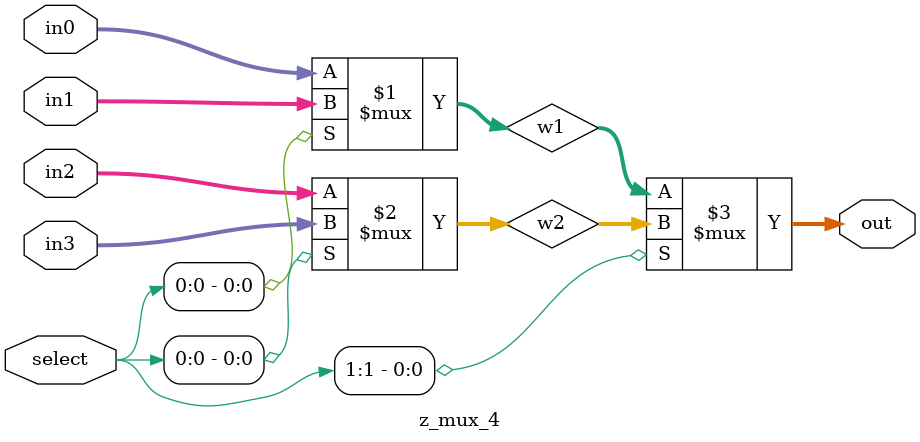
<source format=v>
module z_mux_4(select, in0, in1, in2, in3, out);
	input [1:0] select;
	input [31:0] in0, in1, in2, in3;
	output [31:0] out;
	wire [31:0] w1, w2;
	assign w1 = select[0] ? in1 : in0;
	assign w2 = select[0] ? in3 : in2;
	assign out = select[1] ? w2 : w1;
endmodule

</source>
